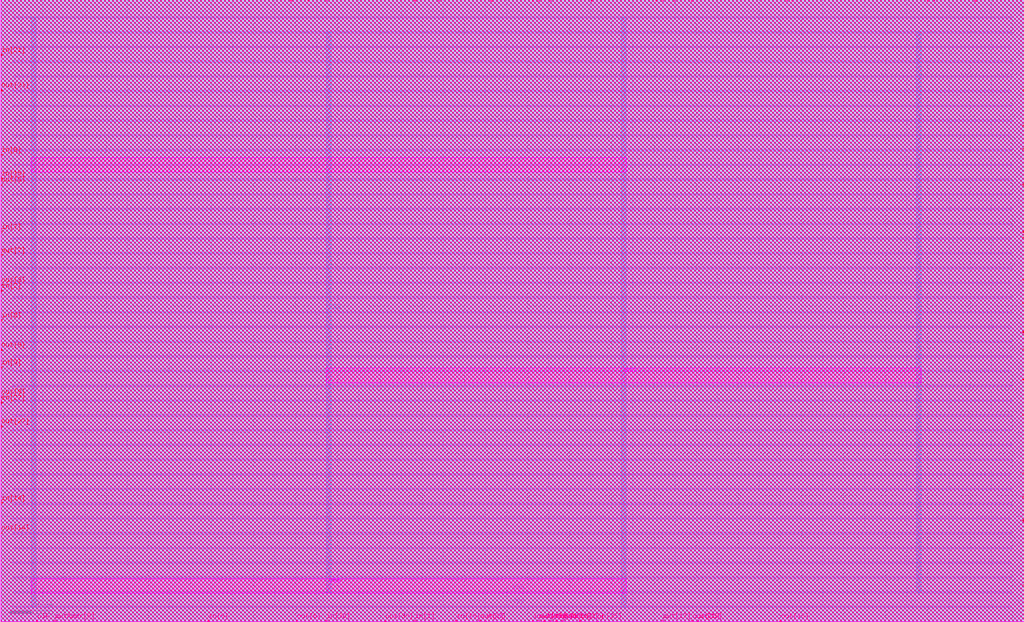
<source format=lef>
VERSION 5.8 ;
BUSBITCHARS "[]" ;
DIVIDERCHAR "/" ;
UNITS
    DATABASE MICRONS 2000 ;
END UNITS
MACRO memMod_dist_1
  FOREIGN memMod_dist_1 0 0 ;
  CLASS BLOCK ;
  SIZE 97.135 BY 59.08 ;
  PIN VSS
    USE GROUND ;
    DIRECTION INOUT ;
    PORT
      LAYER metal7 ;
        RECT  2.9 42.7 59.38 44.1 ;
        RECT  2.9 2.7 59.38 4.1 ;
      LAYER metal4 ;
        RECT  58.9 1.315 59.38 57.485 ;
        RECT  2.9 1.315 3.38 57.485 ;
      LAYER metal1 ;
        RECT  1.14 57.315 95.95 57.485 ;
        RECT  1.14 54.515 95.95 54.685 ;
        RECT  1.14 51.715 95.95 51.885 ;
        RECT  1.14 48.915 95.95 49.085 ;
        RECT  1.14 46.115 95.95 46.285 ;
        RECT  1.14 43.315 95.95 43.485 ;
        RECT  1.14 40.515 95.95 40.685 ;
        RECT  1.14 37.715 95.95 37.885 ;
        RECT  1.14 34.915 95.95 35.085 ;
        RECT  1.14 32.115 95.95 32.285 ;
        RECT  1.14 29.315 95.95 29.485 ;
        RECT  1.14 26.515 95.95 26.685 ;
        RECT  1.14 23.715 95.95 23.885 ;
        RECT  1.14 20.915 95.95 21.085 ;
        RECT  1.14 18.115 95.95 18.285 ;
        RECT  1.14 15.315 95.95 15.485 ;
        RECT  1.14 12.515 95.95 12.685 ;
        RECT  1.14 9.715 95.95 9.885 ;
        RECT  1.14 6.915 95.95 7.085 ;
        RECT  1.14 4.115 95.95 4.285 ;
        RECT  1.14 1.315 95.95 1.485 ;
      VIA 59.14 43.4 via6_7_960_2800_4_1_600_600 ;
      VIA 59.14 43.4 via5_6_960_2800_5_2_600_600 ;
      VIA 59.14 43.4 via4_5_960_2800_5_2_600_600 ;
      VIA 59.14 3.4 via6_7_960_2800_4_1_600_600 ;
      VIA 59.14 3.4 via5_6_960_2800_5_2_600_600 ;
      VIA 59.14 3.4 via4_5_960_2800_5_2_600_600 ;
      VIA 3.14 43.4 via6_7_960_2800_4_1_600_600 ;
      VIA 3.14 43.4 via5_6_960_2800_5_2_600_600 ;
      VIA 3.14 43.4 via4_5_960_2800_5_2_600_600 ;
      VIA 3.14 3.4 via6_7_960_2800_4_1_600_600 ;
      VIA 3.14 3.4 via5_6_960_2800_5_2_600_600 ;
      VIA 3.14 3.4 via4_5_960_2800_5_2_600_600 ;
      VIA 59.14 57.4 via3_4_960_340_1_3_320_320 ;
      VIA 59.14 57.4 via2_3_960_340_1_3_320_320 ;
      VIA 59.14 57.4 via1_2_960_340_1_3_300_300 ;
      VIA 59.14 54.6 via3_4_960_340_1_3_320_320 ;
      VIA 59.14 54.6 via2_3_960_340_1_3_320_320 ;
      VIA 59.14 54.6 via1_2_960_340_1_3_300_300 ;
      VIA 59.14 51.8 via3_4_960_340_1_3_320_320 ;
      VIA 59.14 51.8 via2_3_960_340_1_3_320_320 ;
      VIA 59.14 51.8 via1_2_960_340_1_3_300_300 ;
      VIA 59.14 49 via3_4_960_340_1_3_320_320 ;
      VIA 59.14 49 via2_3_960_340_1_3_320_320 ;
      VIA 59.14 49 via1_2_960_340_1_3_300_300 ;
      VIA 59.14 46.2 via3_4_960_340_1_3_320_320 ;
      VIA 59.14 46.2 via2_3_960_340_1_3_320_320 ;
      VIA 59.14 46.2 via1_2_960_340_1_3_300_300 ;
      VIA 59.14 43.4 via3_4_960_340_1_3_320_320 ;
      VIA 59.14 43.4 via2_3_960_340_1_3_320_320 ;
      VIA 59.14 43.4 via1_2_960_340_1_3_300_300 ;
      VIA 59.14 40.6 via3_4_960_340_1_3_320_320 ;
      VIA 59.14 40.6 via2_3_960_340_1_3_320_320 ;
      VIA 59.14 40.6 via1_2_960_340_1_3_300_300 ;
      VIA 59.14 37.8 via3_4_960_340_1_3_320_320 ;
      VIA 59.14 37.8 via2_3_960_340_1_3_320_320 ;
      VIA 59.14 37.8 via1_2_960_340_1_3_300_300 ;
      VIA 59.14 35 via3_4_960_340_1_3_320_320 ;
      VIA 59.14 35 via2_3_960_340_1_3_320_320 ;
      VIA 59.14 35 via1_2_960_340_1_3_300_300 ;
      VIA 59.14 32.2 via3_4_960_340_1_3_320_320 ;
      VIA 59.14 32.2 via2_3_960_340_1_3_320_320 ;
      VIA 59.14 32.2 via1_2_960_340_1_3_300_300 ;
      VIA 59.14 29.4 via3_4_960_340_1_3_320_320 ;
      VIA 59.14 29.4 via2_3_960_340_1_3_320_320 ;
      VIA 59.14 29.4 via1_2_960_340_1_3_300_300 ;
      VIA 59.14 26.6 via3_4_960_340_1_3_320_320 ;
      VIA 59.14 26.6 via2_3_960_340_1_3_320_320 ;
      VIA 59.14 26.6 via1_2_960_340_1_3_300_300 ;
      VIA 59.14 23.8 via3_4_960_340_1_3_320_320 ;
      VIA 59.14 23.8 via2_3_960_340_1_3_320_320 ;
      VIA 59.14 23.8 via1_2_960_340_1_3_300_300 ;
      VIA 59.14 21 via3_4_960_340_1_3_320_320 ;
      VIA 59.14 21 via2_3_960_340_1_3_320_320 ;
      VIA 59.14 21 via1_2_960_340_1_3_300_300 ;
      VIA 59.14 18.2 via3_4_960_340_1_3_320_320 ;
      VIA 59.14 18.2 via2_3_960_340_1_3_320_320 ;
      VIA 59.14 18.2 via1_2_960_340_1_3_300_300 ;
      VIA 59.14 15.4 via3_4_960_340_1_3_320_320 ;
      VIA 59.14 15.4 via2_3_960_340_1_3_320_320 ;
      VIA 59.14 15.4 via1_2_960_340_1_3_300_300 ;
      VIA 59.14 12.6 via3_4_960_340_1_3_320_320 ;
      VIA 59.14 12.6 via2_3_960_340_1_3_320_320 ;
      VIA 59.14 12.6 via1_2_960_340_1_3_300_300 ;
      VIA 59.14 9.8 via3_4_960_340_1_3_320_320 ;
      VIA 59.14 9.8 via2_3_960_340_1_3_320_320 ;
      VIA 59.14 9.8 via1_2_960_340_1_3_300_300 ;
      VIA 59.14 7 via3_4_960_340_1_3_320_320 ;
      VIA 59.14 7 via2_3_960_340_1_3_320_320 ;
      VIA 59.14 7 via1_2_960_340_1_3_300_300 ;
      VIA 59.14 4.2 via3_4_960_340_1_3_320_320 ;
      VIA 59.14 4.2 via2_3_960_340_1_3_320_320 ;
      VIA 59.14 4.2 via1_2_960_340_1_3_300_300 ;
      VIA 59.14 1.4 via3_4_960_340_1_3_320_320 ;
      VIA 59.14 1.4 via2_3_960_340_1_3_320_320 ;
      VIA 59.14 1.4 via1_2_960_340_1_3_300_300 ;
      VIA 3.14 57.4 via3_4_960_340_1_3_320_320 ;
      VIA 3.14 57.4 via2_3_960_340_1_3_320_320 ;
      VIA 3.14 57.4 via1_2_960_340_1_3_300_300 ;
      VIA 3.14 54.6 via3_4_960_340_1_3_320_320 ;
      VIA 3.14 54.6 via2_3_960_340_1_3_320_320 ;
      VIA 3.14 54.6 via1_2_960_340_1_3_300_300 ;
      VIA 3.14 51.8 via3_4_960_340_1_3_320_320 ;
      VIA 3.14 51.8 via2_3_960_340_1_3_320_320 ;
      VIA 3.14 51.8 via1_2_960_340_1_3_300_300 ;
      VIA 3.14 49 via3_4_960_340_1_3_320_320 ;
      VIA 3.14 49 via2_3_960_340_1_3_320_320 ;
      VIA 3.14 49 via1_2_960_340_1_3_300_300 ;
      VIA 3.14 46.2 via3_4_960_340_1_3_320_320 ;
      VIA 3.14 46.2 via2_3_960_340_1_3_320_320 ;
      VIA 3.14 46.2 via1_2_960_340_1_3_300_300 ;
      VIA 3.14 43.4 via3_4_960_340_1_3_320_320 ;
      VIA 3.14 43.4 via2_3_960_340_1_3_320_320 ;
      VIA 3.14 43.4 via1_2_960_340_1_3_300_300 ;
      VIA 3.14 40.6 via3_4_960_340_1_3_320_320 ;
      VIA 3.14 40.6 via2_3_960_340_1_3_320_320 ;
      VIA 3.14 40.6 via1_2_960_340_1_3_300_300 ;
      VIA 3.14 37.8 via3_4_960_340_1_3_320_320 ;
      VIA 3.14 37.8 via2_3_960_340_1_3_320_320 ;
      VIA 3.14 37.8 via1_2_960_340_1_3_300_300 ;
      VIA 3.14 35 via3_4_960_340_1_3_320_320 ;
      VIA 3.14 35 via2_3_960_340_1_3_320_320 ;
      VIA 3.14 35 via1_2_960_340_1_3_300_300 ;
      VIA 3.14 32.2 via3_4_960_340_1_3_320_320 ;
      VIA 3.14 32.2 via2_3_960_340_1_3_320_320 ;
      VIA 3.14 32.2 via1_2_960_340_1_3_300_300 ;
      VIA 3.14 29.4 via3_4_960_340_1_3_320_320 ;
      VIA 3.14 29.4 via2_3_960_340_1_3_320_320 ;
      VIA 3.14 29.4 via1_2_960_340_1_3_300_300 ;
      VIA 3.14 26.6 via3_4_960_340_1_3_320_320 ;
      VIA 3.14 26.6 via2_3_960_340_1_3_320_320 ;
      VIA 3.14 26.6 via1_2_960_340_1_3_300_300 ;
      VIA 3.14 23.8 via3_4_960_340_1_3_320_320 ;
      VIA 3.14 23.8 via2_3_960_340_1_3_320_320 ;
      VIA 3.14 23.8 via1_2_960_340_1_3_300_300 ;
      VIA 3.14 21 via3_4_960_340_1_3_320_320 ;
      VIA 3.14 21 via2_3_960_340_1_3_320_320 ;
      VIA 3.14 21 via1_2_960_340_1_3_300_300 ;
      VIA 3.14 18.2 via3_4_960_340_1_3_320_320 ;
      VIA 3.14 18.2 via2_3_960_340_1_3_320_320 ;
      VIA 3.14 18.2 via1_2_960_340_1_3_300_300 ;
      VIA 3.14 15.4 via3_4_960_340_1_3_320_320 ;
      VIA 3.14 15.4 via2_3_960_340_1_3_320_320 ;
      VIA 3.14 15.4 via1_2_960_340_1_3_300_300 ;
      VIA 3.14 12.6 via3_4_960_340_1_3_320_320 ;
      VIA 3.14 12.6 via2_3_960_340_1_3_320_320 ;
      VIA 3.14 12.6 via1_2_960_340_1_3_300_300 ;
      VIA 3.14 9.8 via3_4_960_340_1_3_320_320 ;
      VIA 3.14 9.8 via2_3_960_340_1_3_320_320 ;
      VIA 3.14 9.8 via1_2_960_340_1_3_300_300 ;
      VIA 3.14 7 via3_4_960_340_1_3_320_320 ;
      VIA 3.14 7 via2_3_960_340_1_3_320_320 ;
      VIA 3.14 7 via1_2_960_340_1_3_300_300 ;
      VIA 3.14 4.2 via3_4_960_340_1_3_320_320 ;
      VIA 3.14 4.2 via2_3_960_340_1_3_320_320 ;
      VIA 3.14 4.2 via1_2_960_340_1_3_300_300 ;
      VIA 3.14 1.4 via3_4_960_340_1_3_320_320 ;
      VIA 3.14 1.4 via2_3_960_340_1_3_320_320 ;
      VIA 3.14 1.4 via1_2_960_340_1_3_300_300 ;
    END
  END VSS
  PIN VDD
    USE POWER ;
    DIRECTION INOUT ;
    PORT
      LAYER metal7 ;
        RECT  30.9 22.7 87.38 24.1 ;
      LAYER metal4 ;
        RECT  86.9 2.715 87.38 56.085 ;
        RECT  30.9 2.715 31.38 56.085 ;
      LAYER metal1 ;
        RECT  1.14 55.915 95.95 56.085 ;
        RECT  1.14 53.115 95.95 53.285 ;
        RECT  1.14 50.315 95.95 50.485 ;
        RECT  1.14 47.515 95.95 47.685 ;
        RECT  1.14 44.715 95.95 44.885 ;
        RECT  1.14 41.915 95.95 42.085 ;
        RECT  1.14 39.115 95.95 39.285 ;
        RECT  1.14 36.315 95.95 36.485 ;
        RECT  1.14 33.515 95.95 33.685 ;
        RECT  1.14 30.715 95.95 30.885 ;
        RECT  1.14 27.915 95.95 28.085 ;
        RECT  1.14 25.115 95.95 25.285 ;
        RECT  1.14 22.315 95.95 22.485 ;
        RECT  1.14 19.515 95.95 19.685 ;
        RECT  1.14 16.715 95.95 16.885 ;
        RECT  1.14 13.915 95.95 14.085 ;
        RECT  1.14 11.115 95.95 11.285 ;
        RECT  1.14 8.315 95.95 8.485 ;
        RECT  1.14 5.515 95.95 5.685 ;
        RECT  1.14 2.715 95.95 2.885 ;
      VIA 87.14 23.4 via6_7_960_2800_4_1_600_600 ;
      VIA 87.14 23.4 via5_6_960_2800_5_2_600_600 ;
      VIA 87.14 23.4 via4_5_960_2800_5_2_600_600 ;
      VIA 31.14 23.4 via6_7_960_2800_4_1_600_600 ;
      VIA 31.14 23.4 via5_6_960_2800_5_2_600_600 ;
      VIA 31.14 23.4 via4_5_960_2800_5_2_600_600 ;
      VIA 87.14 56 via3_4_960_340_1_3_320_320 ;
      VIA 87.14 56 via2_3_960_340_1_3_320_320 ;
      VIA 87.14 56 via1_2_960_340_1_3_300_300 ;
      VIA 87.14 53.2 via3_4_960_340_1_3_320_320 ;
      VIA 87.14 53.2 via2_3_960_340_1_3_320_320 ;
      VIA 87.14 53.2 via1_2_960_340_1_3_300_300 ;
      VIA 87.14 50.4 via3_4_960_340_1_3_320_320 ;
      VIA 87.14 50.4 via2_3_960_340_1_3_320_320 ;
      VIA 87.14 50.4 via1_2_960_340_1_3_300_300 ;
      VIA 87.14 47.6 via3_4_960_340_1_3_320_320 ;
      VIA 87.14 47.6 via2_3_960_340_1_3_320_320 ;
      VIA 87.14 47.6 via1_2_960_340_1_3_300_300 ;
      VIA 87.14 44.8 via3_4_960_340_1_3_320_320 ;
      VIA 87.14 44.8 via2_3_960_340_1_3_320_320 ;
      VIA 87.14 44.8 via1_2_960_340_1_3_300_300 ;
      VIA 87.14 42 via3_4_960_340_1_3_320_320 ;
      VIA 87.14 42 via2_3_960_340_1_3_320_320 ;
      VIA 87.14 42 via1_2_960_340_1_3_300_300 ;
      VIA 87.14 39.2 via3_4_960_340_1_3_320_320 ;
      VIA 87.14 39.2 via2_3_960_340_1_3_320_320 ;
      VIA 87.14 39.2 via1_2_960_340_1_3_300_300 ;
      VIA 87.14 36.4 via3_4_960_340_1_3_320_320 ;
      VIA 87.14 36.4 via2_3_960_340_1_3_320_320 ;
      VIA 87.14 36.4 via1_2_960_340_1_3_300_300 ;
      VIA 87.14 33.6 via3_4_960_340_1_3_320_320 ;
      VIA 87.14 33.6 via2_3_960_340_1_3_320_320 ;
      VIA 87.14 33.6 via1_2_960_340_1_3_300_300 ;
      VIA 87.14 30.8 via3_4_960_340_1_3_320_320 ;
      VIA 87.14 30.8 via2_3_960_340_1_3_320_320 ;
      VIA 87.14 30.8 via1_2_960_340_1_3_300_300 ;
      VIA 87.14 28 via3_4_960_340_1_3_320_320 ;
      VIA 87.14 28 via2_3_960_340_1_3_320_320 ;
      VIA 87.14 28 via1_2_960_340_1_3_300_300 ;
      VIA 87.14 25.2 via3_4_960_340_1_3_320_320 ;
      VIA 87.14 25.2 via2_3_960_340_1_3_320_320 ;
      VIA 87.14 25.2 via1_2_960_340_1_3_300_300 ;
      VIA 87.14 22.4 via3_4_960_340_1_3_320_320 ;
      VIA 87.14 22.4 via2_3_960_340_1_3_320_320 ;
      VIA 87.14 22.4 via1_2_960_340_1_3_300_300 ;
      VIA 87.14 19.6 via3_4_960_340_1_3_320_320 ;
      VIA 87.14 19.6 via2_3_960_340_1_3_320_320 ;
      VIA 87.14 19.6 via1_2_960_340_1_3_300_300 ;
      VIA 87.14 16.8 via3_4_960_340_1_3_320_320 ;
      VIA 87.14 16.8 via2_3_960_340_1_3_320_320 ;
      VIA 87.14 16.8 via1_2_960_340_1_3_300_300 ;
      VIA 87.14 14 via3_4_960_340_1_3_320_320 ;
      VIA 87.14 14 via2_3_960_340_1_3_320_320 ;
      VIA 87.14 14 via1_2_960_340_1_3_300_300 ;
      VIA 87.14 11.2 via3_4_960_340_1_3_320_320 ;
      VIA 87.14 11.2 via2_3_960_340_1_3_320_320 ;
      VIA 87.14 11.2 via1_2_960_340_1_3_300_300 ;
      VIA 87.14 8.4 via3_4_960_340_1_3_320_320 ;
      VIA 87.14 8.4 via2_3_960_340_1_3_320_320 ;
      VIA 87.14 8.4 via1_2_960_340_1_3_300_300 ;
      VIA 87.14 5.6 via3_4_960_340_1_3_320_320 ;
      VIA 87.14 5.6 via2_3_960_340_1_3_320_320 ;
      VIA 87.14 5.6 via1_2_960_340_1_3_300_300 ;
      VIA 87.14 2.8 via3_4_960_340_1_3_320_320 ;
      VIA 87.14 2.8 via2_3_960_340_1_3_320_320 ;
      VIA 87.14 2.8 via1_2_960_340_1_3_300_300 ;
      VIA 31.14 56 via3_4_960_340_1_3_320_320 ;
      VIA 31.14 56 via2_3_960_340_1_3_320_320 ;
      VIA 31.14 56 via1_2_960_340_1_3_300_300 ;
      VIA 31.14 53.2 via3_4_960_340_1_3_320_320 ;
      VIA 31.14 53.2 via2_3_960_340_1_3_320_320 ;
      VIA 31.14 53.2 via1_2_960_340_1_3_300_300 ;
      VIA 31.14 50.4 via3_4_960_340_1_3_320_320 ;
      VIA 31.14 50.4 via2_3_960_340_1_3_320_320 ;
      VIA 31.14 50.4 via1_2_960_340_1_3_300_300 ;
      VIA 31.14 47.6 via3_4_960_340_1_3_320_320 ;
      VIA 31.14 47.6 via2_3_960_340_1_3_320_320 ;
      VIA 31.14 47.6 via1_2_960_340_1_3_300_300 ;
      VIA 31.14 44.8 via3_4_960_340_1_3_320_320 ;
      VIA 31.14 44.8 via2_3_960_340_1_3_320_320 ;
      VIA 31.14 44.8 via1_2_960_340_1_3_300_300 ;
      VIA 31.14 42 via3_4_960_340_1_3_320_320 ;
      VIA 31.14 42 via2_3_960_340_1_3_320_320 ;
      VIA 31.14 42 via1_2_960_340_1_3_300_300 ;
      VIA 31.14 39.2 via3_4_960_340_1_3_320_320 ;
      VIA 31.14 39.2 via2_3_960_340_1_3_320_320 ;
      VIA 31.14 39.2 via1_2_960_340_1_3_300_300 ;
      VIA 31.14 36.4 via3_4_960_340_1_3_320_320 ;
      VIA 31.14 36.4 via2_3_960_340_1_3_320_320 ;
      VIA 31.14 36.4 via1_2_960_340_1_3_300_300 ;
      VIA 31.14 33.6 via3_4_960_340_1_3_320_320 ;
      VIA 31.14 33.6 via2_3_960_340_1_3_320_320 ;
      VIA 31.14 33.6 via1_2_960_340_1_3_300_300 ;
      VIA 31.14 30.8 via3_4_960_340_1_3_320_320 ;
      VIA 31.14 30.8 via2_3_960_340_1_3_320_320 ;
      VIA 31.14 30.8 via1_2_960_340_1_3_300_300 ;
      VIA 31.14 28 via3_4_960_340_1_3_320_320 ;
      VIA 31.14 28 via2_3_960_340_1_3_320_320 ;
      VIA 31.14 28 via1_2_960_340_1_3_300_300 ;
      VIA 31.14 25.2 via3_4_960_340_1_3_320_320 ;
      VIA 31.14 25.2 via2_3_960_340_1_3_320_320 ;
      VIA 31.14 25.2 via1_2_960_340_1_3_300_300 ;
      VIA 31.14 22.4 via3_4_960_340_1_3_320_320 ;
      VIA 31.14 22.4 via2_3_960_340_1_3_320_320 ;
      VIA 31.14 22.4 via1_2_960_340_1_3_300_300 ;
      VIA 31.14 19.6 via3_4_960_340_1_3_320_320 ;
      VIA 31.14 19.6 via2_3_960_340_1_3_320_320 ;
      VIA 31.14 19.6 via1_2_960_340_1_3_300_300 ;
      VIA 31.14 16.8 via3_4_960_340_1_3_320_320 ;
      VIA 31.14 16.8 via2_3_960_340_1_3_320_320 ;
      VIA 31.14 16.8 via1_2_960_340_1_3_300_300 ;
      VIA 31.14 14 via3_4_960_340_1_3_320_320 ;
      VIA 31.14 14 via2_3_960_340_1_3_320_320 ;
      VIA 31.14 14 via1_2_960_340_1_3_300_300 ;
      VIA 31.14 11.2 via3_4_960_340_1_3_320_320 ;
      VIA 31.14 11.2 via2_3_960_340_1_3_320_320 ;
      VIA 31.14 11.2 via1_2_960_340_1_3_300_300 ;
      VIA 31.14 8.4 via3_4_960_340_1_3_320_320 ;
      VIA 31.14 8.4 via2_3_960_340_1_3_320_320 ;
      VIA 31.14 8.4 via1_2_960_340_1_3_300_300 ;
      VIA 31.14 5.6 via3_4_960_340_1_3_320_320 ;
      VIA 31.14 5.6 via2_3_960_340_1_3_320_320 ;
      VIA 31.14 5.6 via1_2_960_340_1_3_300_300 ;
      VIA 31.14 2.8 via3_4_960_340_1_3_320_320 ;
      VIA 31.14 2.8 via2_3_960_340_1_3_320_320 ;
      VIA 31.14 2.8 via1_2_960_340_1_3_300_300 ;
    END
  END VDD
  PIN clk
    DIRECTION INPUT ;
    USE SIGNAL ;
    PORT
      LAYER metal6 ;
        RECT  3.385 0 3.525 0.14 ;
    END
  END clk
  PIN inAddr[0]
    DIRECTION INPUT ;
    USE SIGNAL ;
    PORT
      LAYER metal6 ;
        RECT  51.545 0 51.685 0.14 ;
    END
  END inAddr[0]
  PIN inAddr[1]
    DIRECTION INPUT ;
    USE SIGNAL ;
    PORT
      LAYER metal6 ;
        RECT  50.425 0 50.565 0.14 ;
    END
  END inAddr[1]
  PIN inAddr[2]
    DIRECTION INPUT ;
    USE SIGNAL ;
    PORT
      LAYER metal6 ;
        RECT  53.225 0 53.365 0.14 ;
    END
  END inAddr[2]
  PIN inAddr[3]
    DIRECTION INPUT ;
    USE SIGNAL ;
    PORT
      LAYER metal6 ;
        RECT  52.665 0 52.805 0.14 ;
    END
  END inAddr[3]
  PIN in[0]
    DIRECTION INPUT ;
    USE SIGNAL ;
    PORT
      LAYER metal6 ;
        RECT  19.625 0 19.765 0.14 ;
    END
  END in[0]
  PIN in[10]
    DIRECTION INPUT ;
    USE SIGNAL ;
    PORT
      LAYER metal6 ;
        RECT  43.145 0 43.285 0.14 ;
    END
  END in[10]
  PIN in[11]
    DIRECTION INPUT ;
    USE SIGNAL ;
    PORT
      LAYER metal6 ;
        RECT  27.465 58.94 27.605 59.08 ;
    END
  END in[11]
  PIN in[12]
    DIRECTION INPUT ;
    USE SIGNAL ;
    PORT
      LAYER metal6 ;
        RECT  50.985 58.94 51.125 59.08 ;
    END
  END in[12]
  PIN in[13]
    DIRECTION INPUT ;
    USE SIGNAL ;
    PORT
      LAYER metal6 ;
        RECT  66.105 0 66.245 0.14 ;
    END
  END in[13]
  PIN in[14]
    DIRECTION INPUT ;
    USE SIGNAL ;
    PORT
      LAYER metal5 ;
        RECT  0 11.2 0.14 11.34 ;
    END
  END in[14]
  PIN in[15]
    DIRECTION INPUT ;
    USE SIGNAL ;
    PORT
      LAYER metal5 ;
        RECT  0 42 0.14 42.14 ;
    END
  END in[15]
  PIN in[16]
    DIRECTION INPUT ;
    USE SIGNAL ;
    PORT
      LAYER metal5 ;
        RECT  96.995 36.4 97.135 36.54 ;
    END
  END in[16]
  PIN in[17]
    DIRECTION INPUT ;
    USE SIGNAL ;
    PORT
      LAYER metal6 ;
        RECT  54.905 0 55.045 0.14 ;
    END
  END in[17]
  PIN in[18]
    DIRECTION INPUT ;
    USE SIGNAL ;
    PORT
      LAYER metal5 ;
        RECT  96.995 25.76 97.135 25.9 ;
    END
  END in[18]
  PIN in[19]
    DIRECTION INPUT ;
    USE SIGNAL ;
    PORT
      LAYER metal5 ;
        RECT  96.995 41.44 97.135 41.58 ;
    END
  END in[19]
  PIN in[1]
    DIRECTION INPUT ;
    USE SIGNAL ;
    PORT
      LAYER metal6 ;
        RECT  39.225 0 39.365 0.14 ;
    END
  END in[1]
  PIN in[20]
    DIRECTION INPUT ;
    USE SIGNAL ;
    PORT
      LAYER metal5 ;
        RECT  96.995 19.6 97.135 19.74 ;
    END
  END in[20]
  PIN in[21]
    DIRECTION INPUT ;
    USE SIGNAL ;
    PORT
      LAYER metal5 ;
        RECT  0 53.76 0.14 53.9 ;
    END
  END in[21]
  PIN in[22]
    DIRECTION INPUT ;
    USE SIGNAL ;
    PORT
      LAYER metal5 ;
        RECT  96.995 47.04 97.135 47.18 ;
    END
  END in[22]
  PIN in[23]
    DIRECTION INPUT ;
    USE SIGNAL ;
    PORT
      LAYER metal6 ;
        RECT  62.185 58.94 62.325 59.08 ;
    END
  END in[23]
  PIN in[24]
    DIRECTION INPUT ;
    USE SIGNAL ;
    PORT
      LAYER metal6 ;
        RECT  39.225 58.94 39.365 59.08 ;
    END
  END in[24]
  PIN in[25]
    DIRECTION INPUT ;
    USE SIGNAL ;
    PORT
      LAYER metal6 ;
        RECT  56.585 0 56.725 0.14 ;
    END
  END in[25]
  PIN in[26]
    DIRECTION INPUT ;
    USE SIGNAL ;
    PORT
      LAYER metal6 ;
        RECT  65.545 58.94 65.685 59.08 ;
    END
  END in[26]
  PIN in[27]
    DIRECTION INPUT ;
    USE SIGNAL ;
    PORT
      LAYER metal5 ;
        RECT  0 20.72 0.14 20.86 ;
    END
  END in[27]
  PIN in[28]
    DIRECTION INPUT ;
    USE SIGNAL ;
    PORT
      LAYER metal6 ;
        RECT  50.425 58.94 50.565 59.08 ;
    END
  END in[28]
  PIN in[29]
    DIRECTION INPUT ;
    USE SIGNAL ;
    PORT
      LAYER metal6 ;
        RECT  74.505 58.94 74.645 59.08 ;
    END
  END in[29]
  PIN in[2]
    DIRECTION INPUT ;
    USE SIGNAL ;
    PORT
      LAYER metal5 ;
        RECT  0 31.36 0.14 31.5 ;
    END
  END in[2]
  PIN in[30]
    DIRECTION INPUT ;
    USE SIGNAL ;
    PORT
      LAYER metal6 ;
        RECT  30.825 0 30.965 0.14 ;
    END
  END in[30]
  PIN in[31]
    DIRECTION INPUT ;
    USE SIGNAL ;
    PORT
      LAYER metal5 ;
        RECT  96.995 3.36 97.135 3.5 ;
    END
  END in[31]
  PIN in[3]
    DIRECTION INPUT ;
    USE SIGNAL ;
    PORT
      LAYER metal6 ;
        RECT  45.945 0 46.085 0.14 ;
    END
  END in[3]
  PIN in[4]
    DIRECTION INPUT ;
    USE SIGNAL ;
    PORT
      LAYER metal5 ;
        RECT  96.995 11.76 97.135 11.9 ;
    END
  END in[4]
  PIN in[5]
    DIRECTION INPUT ;
    USE SIGNAL ;
    PORT
      LAYER metal5 ;
        RECT  0 44.24 0.14 44.38 ;
    END
  END in[5]
  PIN in[6]
    DIRECTION INPUT ;
    USE SIGNAL ;
    PORT
      LAYER metal5 ;
        RECT  96.995 30.24 97.135 30.38 ;
    END
  END in[6]
  PIN in[7]
    DIRECTION INPUT ;
    USE SIGNAL ;
    PORT
      LAYER metal5 ;
        RECT  0 36.96 0.14 37.1 ;
    END
  END in[7]
  PIN in[8]
    DIRECTION INPUT ;
    USE SIGNAL ;
    PORT
      LAYER metal5 ;
        RECT  0 28.56 0.14 28.7 ;
    END
  END in[8]
  PIN in[9]
    DIRECTION INPUT ;
    USE SIGNAL ;
    PORT
      LAYER metal5 ;
        RECT  0 24.08 0.14 24.22 ;
    END
  END in[9]
  PIN outAddr[0]
    DIRECTION INPUT ;
    USE SIGNAL ;
    PORT
      LAYER metal6 ;
        RECT  5.065 0 5.205 0.14 ;
    END
  END outAddr[0]
  PIN outAddr[1]
    DIRECTION INPUT ;
    USE SIGNAL ;
    PORT
      LAYER metal6 ;
        RECT  92.425 58.94 92.565 59.08 ;
    END
  END outAddr[1]
  PIN outAddr[2]
    DIRECTION INPUT ;
    USE SIGNAL ;
    PORT
      LAYER metal6 ;
        RECT  88.505 58.94 88.645 59.08 ;
    END
  END outAddr[2]
  PIN outAddr[3]
    DIRECTION INPUT ;
    USE SIGNAL ;
    PORT
      LAYER metal6 ;
        RECT  87.945 58.94 88.085 59.08 ;
    END
  END outAddr[3]
  PIN out[0]
    DIRECTION OUTPUT ;
    USE SIGNAL ;
    PORT
      LAYER metal6 ;
        RECT  28.025 0 28.165 0.14 ;
    END
  END out[0]
  PIN out[10]
    DIRECTION OUTPUT ;
    USE SIGNAL ;
    PORT
      LAYER metal6 ;
        RECT  50.985 0 51.125 0.14 ;
    END
  END out[10]
  PIN out[11]
    DIRECTION OUTPUT ;
    USE SIGNAL ;
    PORT
      LAYER metal6 ;
        RECT  29.145 58.94 29.285 59.08 ;
    END
  END out[11]
  PIN out[12]
    DIRECTION OUTPUT ;
    USE SIGNAL ;
    PORT
      LAYER metal6 ;
        RECT  52.105 58.94 52.245 59.08 ;
    END
  END out[12]
  PIN out[13]
    DIRECTION OUTPUT ;
    USE SIGNAL ;
    PORT
      LAYER metal6 ;
        RECT  73.945 0 74.085 0.14 ;
    END
  END out[13]
  PIN out[14]
    DIRECTION OUTPUT ;
    USE SIGNAL ;
    PORT
      LAYER metal5 ;
        RECT  0 8.4 0.14 8.54 ;
    END
  END out[14]
  PIN out[15]
    DIRECTION OUTPUT ;
    USE SIGNAL ;
    PORT
      LAYER metal6 ;
        RECT  30.825 58.94 30.965 59.08 ;
    END
  END out[15]
  PIN out[16]
    DIRECTION OUTPUT ;
    USE SIGNAL ;
    PORT
      LAYER metal5 ;
        RECT  96.995 36.96 97.135 37.1 ;
    END
  END out[16]
  PIN out[17]
    DIRECTION OUTPUT ;
    USE SIGNAL ;
    PORT
      LAYER metal6 ;
        RECT  62.745 0 62.885 0.14 ;
    END
  END out[17]
  PIN out[18]
    DIRECTION OUTPUT ;
    USE SIGNAL ;
    PORT
      LAYER metal5 ;
        RECT  96.995 27.44 97.135 27.58 ;
    END
  END out[18]
  PIN out[19]
    DIRECTION OUTPUT ;
    USE SIGNAL ;
    PORT
      LAYER metal5 ;
        RECT  96.995 44.8 97.135 44.94 ;
    END
  END out[19]
  PIN out[1]
    DIRECTION OUTPUT ;
    USE SIGNAL ;
    PORT
      LAYER metal6 ;
        RECT  45.385 0 45.525 0.14 ;
    END
  END out[1]
  PIN out[20]
    DIRECTION OUTPUT ;
    USE SIGNAL ;
    PORT
      LAYER metal5 ;
        RECT  96.995 22.96 97.135 23.1 ;
    END
  END out[20]
  PIN out[21]
    DIRECTION OUTPUT ;
    USE SIGNAL ;
    PORT
      LAYER metal5 ;
        RECT  0 50.4 0.14 50.54 ;
    END
  END out[21]
  PIN out[22]
    DIRECTION OUTPUT ;
    USE SIGNAL ;
    PORT
      LAYER metal5 ;
        RECT  96.995 50.4 97.135 50.54 ;
    END
  END out[22]
  PIN out[23]
    DIRECTION OUTPUT ;
    USE SIGNAL ;
    PORT
      LAYER metal6 ;
        RECT  63.865 58.94 64.005 59.08 ;
    END
  END out[23]
  PIN out[24]
    DIRECTION OUTPUT ;
    USE SIGNAL ;
    PORT
      LAYER metal6 ;
        RECT  41.465 58.94 41.605 59.08 ;
    END
  END out[24]
  PIN out[25]
    DIRECTION OUTPUT ;
    USE SIGNAL ;
    PORT
      LAYER metal6 ;
        RECT  65.545 0 65.685 0.14 ;
    END
  END out[25]
  PIN out[26]
    DIRECTION OUTPUT ;
    USE SIGNAL ;
    PORT
      LAYER metal6 ;
        RECT  62.745 58.94 62.885 59.08 ;
    END
  END out[26]
  PIN out[27]
    DIRECTION OUTPUT ;
    USE SIGNAL ;
    PORT
      LAYER metal5 ;
        RECT  0 18.48 0.14 18.62 ;
    END
  END out[27]
  PIN out[28]
    DIRECTION OUTPUT ;
    USE SIGNAL ;
    PORT
      LAYER metal6 ;
        RECT  46.505 58.94 46.645 59.08 ;
    END
  END out[28]
  PIN out[29]
    DIRECTION OUTPUT ;
    USE SIGNAL ;
    PORT
      LAYER metal6 ;
        RECT  75.065 58.94 75.205 59.08 ;
    END
  END out[29]
  PIN out[2]
    DIRECTION OUTPUT ;
    USE SIGNAL ;
    PORT
      LAYER metal5 ;
        RECT  0 31.92 0.14 32.06 ;
    END
  END out[2]
  PIN out[30]
    DIRECTION OUTPUT ;
    USE SIGNAL ;
    PORT
      LAYER metal6 ;
        RECT  36.425 0 36.565 0.14 ;
    END
  END out[30]
  PIN out[31]
    DIRECTION OUTPUT ;
    USE SIGNAL ;
    PORT
      LAYER metal5 ;
        RECT  96.995 9.52 97.135 9.66 ;
    END
  END out[31]
  PIN out[3]
    DIRECTION OUTPUT ;
    USE SIGNAL ;
    PORT
      LAYER metal6 ;
        RECT  56.025 58.94 56.165 59.08 ;
    END
  END out[3]
  PIN out[4]
    DIRECTION OUTPUT ;
    USE SIGNAL ;
    PORT
      LAYER metal5 ;
        RECT  96.995 14 97.135 14.14 ;
    END
  END out[4]
  PIN out[5]
    DIRECTION OUTPUT ;
    USE SIGNAL ;
    PORT
      LAYER metal5 ;
        RECT  0 41.44 0.14 41.58 ;
    END
  END out[5]
  PIN out[6]
    DIRECTION OUTPUT ;
    USE SIGNAL ;
    PORT
      LAYER metal5 ;
        RECT  96.995 32.48 97.135 32.62 ;
    END
  END out[6]
  PIN out[7]
    DIRECTION OUTPUT ;
    USE SIGNAL ;
    PORT
      LAYER metal5 ;
        RECT  0 34.72 0.14 34.86 ;
    END
  END out[7]
  PIN out[8]
    DIRECTION OUTPUT ;
    USE SIGNAL ;
    PORT
      LAYER metal5 ;
        RECT  0 25.76 0.14 25.9 ;
    END
  END out[8]
  PIN out[9]
    DIRECTION OUTPUT ;
    USE SIGNAL ;
    PORT
      LAYER metal5 ;
        RECT  0 21.28 0.14 21.42 ;
    END
  END out[9]
  PIN writeSel
    DIRECTION INPUT ;
    USE SIGNAL ;
    PORT
      LAYER metal6 ;
        RECT  52.105 0 52.245 0.14 ;
    END
  END writeSel
  OBS
    LAYER metal1 ;
     RECT  0 0 97.135 59.08 ;
    LAYER metal2 ;
     RECT  0 0 97.135 59.08 ;
    LAYER metal3 ;
     RECT  0 0 97.135 59.08 ;
    LAYER metal4 ;
     RECT  0 0 97.135 59.08 ;
    LAYER metal5 ;
     RECT  0 0 97.135 59.08 ;
    LAYER metal6 ;
     RECT  0 0 97.135 59.08 ;
    LAYER metal7 ;
     RECT  0 0 97.135 59.08 ;
  END
END memMod_dist_1
END LIBRARY

</source>
